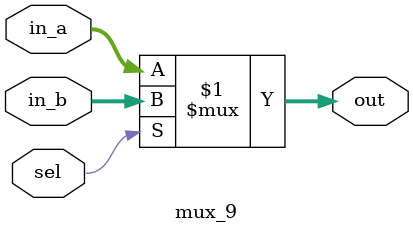
<source format=v>
module mux_9(
input [8:0] in_a, in_b,
input sel,
output [8:0] out
);
    assign out = sel ? in_b : in_a;
endmodule
</source>
